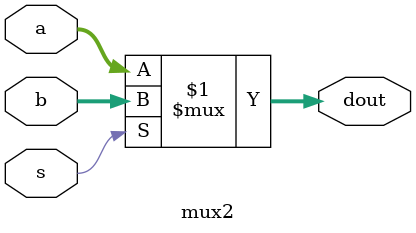
<source format=v>
module mux2 #(parameter W = 32) (a, b, s, dout);
	input	[W-1:0]	a;
	input	[W-1:0]	b;
	input			s;
	output	[W-1:0]	dout;
	
	assign dout = s ? b : a;
endmodule
</source>
